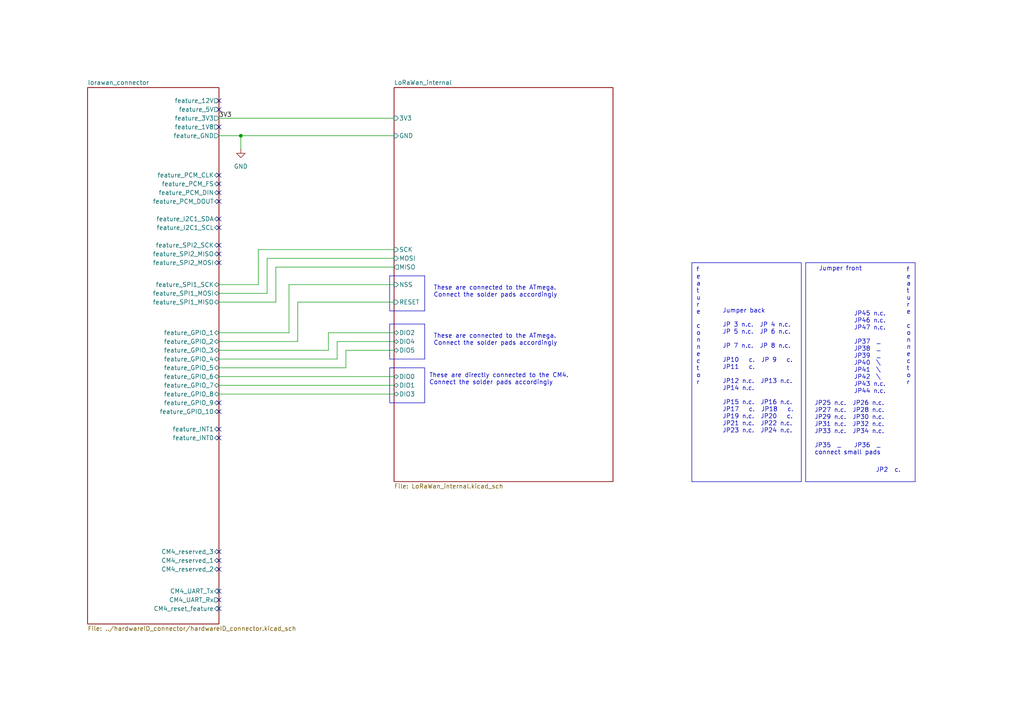
<source format=kicad_sch>
(kicad_sch (version 20230121) (generator eeschema)
  (paper "A4")
  (lib_symbols
    (symbol "power:GND" (power) (pin_names (offset 0))
      (property "Value" "GND" (at 0 -3.81 0))
      (symbol "GND_0_1"
        (polyline (pts (xy 0 0) (xy 0 -1.27) (xy 1.27 -1.27) (xy 0 -2.54) (xy -1.27 -1.27) (xy 0 -1.27)))
      )
      (symbol "GND_1_1"
        (pin power_in line (at 0 0 270) (length 0) hide (name "GND") (number "1"))
      )
    )
  )
  (junction (at 69.85 39.37))
  (no_connect (at 63.5 116.84))
  (no_connect (at 63.5 119.38))
  (no_connect (at 63.5 124.46))
  (no_connect (at 63.5 127))
  (no_connect (at 63.5 165.1))
  (no_connect (at 63.5 171.45))
  (no_connect (at 63.5 173.99))
  (no_connect (at 63.5 160.02))
  (no_connect (at 63.5 162.56))
  (no_connect (at 63.5 36.83))
  (no_connect (at 63.5 31.75))
  (no_connect (at 63.5 29.21))
  (no_connect (at 63.5 71.12))
  (no_connect (at 63.5 73.66))
  (no_connect (at 63.5 76.2))
  (no_connect (at 63.5 66.04))
  (no_connect (at 63.5 58.42))
  (no_connect (at 63.5 55.88))
  (no_connect (at 63.5 53.34))
  (no_connect (at 63.5 50.8))
  (no_connect (at 63.5 63.5))
  (no_connect (at 63.5 176.53))
  (polyline (pts (xy 113.03 116.84) (xy 113.03 106.68)))
  (polyline (pts (xy 200.66 139.7) (xy 232.41 139.7)))
  (wire (pts (xy 63.5 96.52) (xy 83.82 96.52)))
  (wire (pts (xy 86.36 87.63) (xy 86.36 99.06)))
  (polyline (pts (xy 265.43 139.7) (xy 265.43 76.2)))
  (wire (pts (xy 100.33 106.68) (xy 100.33 101.6)))
  (wire (pts (xy 77.47 74.93) (xy 114.3 74.93)))
  (wire (pts (xy 80.01 77.47) (xy 114.3 77.47)))
  (polyline (pts (xy 123.19 104.14) (xy 113.03 104.14)))
  (wire (pts (xy 63.5 111.76) (xy 114.3 111.76)))
  (polyline (pts (xy 113.03 106.68) (xy 123.19 106.68)))
  (wire (pts (xy 83.82 96.52) (xy 83.82 82.55)))
  (wire (pts (xy 63.5 82.55) (xy 74.93 82.55)))
  (polyline (pts (xy 123.19 80.01) (xy 123.19 90.17)))
  (polyline (pts (xy 200.66 76.2) (xy 232.41 76.2)))
  (wire (pts (xy 63.5 39.37) (xy 69.85 39.37)))
  (wire (pts (xy 97.79 104.14) (xy 97.79 99.06)))
  (wire (pts (xy 74.93 82.55) (xy 74.93 72.39)))
  (polyline (pts (xy 232.41 139.7) (xy 232.41 76.2)))
  (wire (pts (xy 63.5 101.6) (xy 95.25 101.6)))
  (polyline (pts (xy 113.03 80.01) (xy 123.19 80.01)))
  (polyline (pts (xy 233.68 76.2) (xy 233.68 139.7)))
  (wire (pts (xy 95.25 96.52) (xy 114.3 96.52)))
  (polyline (pts (xy 123.19 90.17) (xy 113.03 90.17)))
  (polyline (pts (xy 123.19 116.84) (xy 113.03 116.84)))
  (wire (pts (xy 69.85 43.18) (xy 69.85 39.37)))
  (wire (pts (xy 63.5 104.14) (xy 97.79 104.14)))
  (polyline (pts (xy 113.03 90.17) (xy 113.03 80.01)))
  (polyline (pts (xy 200.66 76.2) (xy 200.66 139.7)))
  (wire (pts (xy 77.47 85.09) (xy 77.47 74.93)))
  (wire (pts (xy 69.85 39.37) (xy 114.3 39.37)))
  (wire (pts (xy 63.5 114.3) (xy 114.3 114.3)))
  (wire (pts (xy 63.5 85.09) (xy 77.47 85.09)))
  (wire (pts (xy 63.5 106.68) (xy 100.33 106.68)))
  (wire (pts (xy 95.25 101.6) (xy 95.25 96.52)))
  (wire (pts (xy 83.82 82.55) (xy 114.3 82.55)))
  (polyline (pts (xy 123.19 106.68) (xy 123.19 116.84)))
  (wire (pts (xy 100.33 101.6) (xy 114.3 101.6)))
  (wire (pts (xy 63.5 109.22) (xy 114.3 109.22)))
  (wire (pts (xy 63.5 87.63) (xy 80.01 87.63)))
  (polyline (pts (xy 113.03 93.98) (xy 123.19 93.98)))
  (wire (pts (xy 86.36 99.06) (xy 63.5 99.06)))
  (polyline (pts (xy 123.19 93.98) (xy 123.19 104.14)))
  (polyline (pts (xy 233.68 76.2) (xy 265.43 76.2)))
  (polyline (pts (xy 113.03 106.68) (xy 114.3 106.68)))
  (polyline (pts (xy 233.68 139.7) (xy 265.43 139.7)))
  (wire (pts (xy 80.01 87.63) (xy 80.01 77.47)))
  (wire (pts (xy 97.79 99.06) (xy 114.3 99.06)))
  (wire (pts (xy 74.93 72.39) (xy 114.3 72.39)))
  (wire (pts (xy 114.3 87.63) (xy 86.36 87.63)))
  (wire (pts (xy 63.5 34.29) (xy 114.3 34.29)))
  (polyline (pts (xy 113.03 104.14) (xy 113.03 93.98)))
  (text "These are connected to the ATmega.\nConnect the solder pads accordingly" (at 125.73 100.33 0) (effects (font (size 1.27 1.27)) (justify left bottom)))
  (text "JP25 n.c.  JP26 n.c.\nJP27 n.c.  JP28 n.c.\nJP29 n.c.  JP30 n.c.\nJP31 n.c.  JP32 n.c.\nJP33 n.c.  JP34 n.c.\n\nJP35  _    JP36  _\nconnect small pads" (at 236.22 132.08 0) (effects (font (size 1.27 1.27)) (justify left bottom)))
  (text "f\ne\na\nt\nu\nr\ne\n\nc\no\nn\nn\ne\nc\nt\no\nr" (at 201.93 111.76 0) (effects (font (size 1.27 1.27)) (justify left bottom)))
  (text "Jumper front" (at 237.49 78.74 0) (effects (font (size 1.27 1.27)) (justify left bottom)))
  (text "These are connected to the ATmega.\nConnect the solder pads accordingly" (at 125.73 86.36 0) (effects (font (size 1.27 1.27)) (justify left bottom)))
  (text "JP2  c." (at 254 137.16 0) (effects (font (size 1.27 1.27)) (justify left bottom)))
  (text "JP45 n.c.\nJP46 n.c.\nJP47 n.c.\n\nJP37  _\nJP38  _\nJP39  _\nJP40  \\\nJP41  \\\nJP42  \\\nJP43 n.c.\nJP44 n.c." (at 247.65 114.3 0) (effects (font (size 1.27 1.27)) (justify left bottom)))
  (text "These are directly connected to the CM4.\nConnect the solder pads accordingly" (at 124.46 111.76 0) (effects (font (size 1.27 1.27)) (justify left bottom)))
  (text "f\ne\na\nt\nu\nr\ne\n\nc\no\nn\nn\ne\nc\nt\no\nr" (at 262.89 111.76 0) (effects (font (size 1.27 1.27)) (justify left bottom)))
  (text "Jumper back\n\nJP 3 n.c.  JP 4 n.c.\nJP 5 n.c.  JP 6 n.c.\n\nJP 7 n.c.  JP 8 n.c.\n\nJP10   c.  JP 9   c.\nJP11   c.\n\nJP12 n.c.  JP13 n.c.\nJP14 n.c.\n\nJP15 n.c.  JP16 n.c.\nJP17   c.  JP18   c.\nJP19 n.c.  JP20   c.\nJP21 n.c.  JP22 n.c.\nJP23 n.c.  JP24 n.c.\n" (at 209.55 125.73 0) (effects (font (size 1.27 1.27)) (justify left bottom)))
  (label "3V3" (at 63.5 34.29 0))
  (symbol (lib_id "power:GND") (at 69.85 43.18 0) (unit 1)
    (property "Reference" "#PWR014" (effects hide))
    (property "Value" "GND" (at 69.85 48.26 0))
  )
  (sheet (at 114.3 25.4) (size 63.5 114.3) (stroke (width 0.1524))
    (property "Sheetname" "LoRaWan_internal" (at 114.3 24.6884 0) (effects (justify left bottom)))
    (property "Sheetfile" "LoRaWan_internal.kicad_sch" (at 114.3 140.2846 0) (effects (justify left top)))
    (pin "3V3" input (at 114.3 34.29 180))
    (pin "DIO0" bidirectional (at 114.3 109.22 180))
    (pin "DIO1" bidirectional (at 114.3 111.76 180))
    (pin "DIO2" bidirectional (at 114.3 96.52 180))
    (pin "DIO3" bidirectional (at 114.3 114.3 180))
    (pin "DIO4" bidirectional (at 114.3 99.06 180))
    (pin "RESET" input (at 114.3 87.63 180))
    (pin "DIO5" bidirectional (at 114.3 101.6 180))
    (pin "NSS" input (at 114.3 82.55 180))
    (pin "SCK" input (at 114.3 72.39 180))
    (pin "MOSI" input (at 114.3 74.93 180))
    (pin "MISO" output (at 114.3 77.47 180))
    (pin "GND" input (at 114.3 39.37 180))
  )
  (sheet (at 25.4 25.4) (size 38.1 155.575) (stroke (width 0.1524))
    (property "Sheetname" "lorawan_connector" (at 25.4 24.6884 0) (effects (justify left bottom)))
    (property "Sheetfile" "../hardwareID_connector/hardwareID_connector.kicad_sch" (at 25.4 181.5596 0) (effects (justify left top)))
    (pin "CM4_reset_feature" input (at 63.5 176.53 0))
    (pin "CM4_UART_Rx" output (at 63.5 173.99 0))
    (pin "CM4_UART_Tx" input (at 63.5 171.45 0))
    (pin "CM4_reserved_2" bidirectional (at 63.5 165.1 0))
    (pin "CM4_reserved_1" bidirectional (at 63.5 162.56 0))
    (pin "CM4_reserved_3" bidirectional (at 63.5 160.02 0))
    (pin "feature_SPI1_MOSI" bidirectional (at 63.5 85.09 0))
    (pin "feature_PCM_CLK" bidirectional (at 63.5 50.8 0))
    (pin "feature_PCM_FS" bidirectional (at 63.5 53.34 0))
    (pin "feature_1V8" output (at 63.5 36.83 0))
    (pin "feature_I2C1_SDA" bidirectional (at 63.5 63.5 0))
    (pin "feature_12V" output (at 63.5 29.21 0))
    (pin "feature_GND" output (at 63.5 39.37 0))
    (pin "feature_5V" output (at 63.5 31.75 0))
    (pin "feature_3V3" output (at 63.5 34.29 0))
    (pin "feature_INT1" bidirectional (at 63.5 124.46 0))
    (pin "feature_GPIO_8" bidirectional (at 63.5 114.3 0))
    (pin "feature_GPIO_10" bidirectional (at 63.5 119.38 0))
    (pin "feature_GPIO_9" bidirectional (at 63.5 116.84 0))
    (pin "feature_INT0" bidirectional (at 63.5 127 0))
    (pin "feature_SPI1_MISO" bidirectional (at 63.5 87.63 0))
    (pin "feature_SPI2_SCK" bidirectional (at 63.5 71.12 0))
    (pin "feature_SPI1_SCK" bidirectional (at 63.5 82.55 0))
    (pin "feature_PCM_DOUT" bidirectional (at 63.5 58.42 0))
    (pin "feature_SPI2_MISO" bidirectional (at 63.5 73.66 0))
    (pin "feature_I2C1_SCL" bidirectional (at 63.5 66.04 0))
    (pin "feature_PCM_DIN" bidirectional (at 63.5 55.88 0))
    (pin "feature_SPI2_MOSI" bidirectional (at 63.5 76.2 0))
    (pin "feature_GPIO_7" bidirectional (at 63.5 111.76 0))
    (pin "feature_GPIO_6" bidirectional (at 63.5 109.22 0))
    (pin "feature_GPIO_4" bidirectional (at 63.5 104.14 0))
    (pin "feature_GPIO_3" bidirectional (at 63.5 101.6 0))
    (pin "feature_GPIO_2" bidirectional (at 63.5 99.06 0))
    (pin "feature_GPIO_5" bidirectional (at 63.5 106.68 0))
    (pin "feature_GPIO_1" bidirectional (at 63.5 96.52 0))
  )
)
</source>
